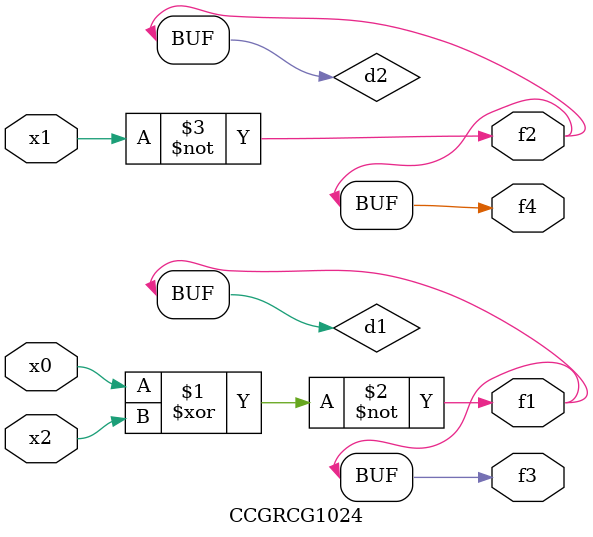
<source format=v>
module CCGRCG1024(
	input x0, x1, x2,
	output f1, f2, f3, f4
);

	wire d1, d2, d3;

	xnor (d1, x0, x2);
	nand (d2, x1);
	nor (d3, x1, x2);
	assign f1 = d1;
	assign f2 = d2;
	assign f3 = d1;
	assign f4 = d2;
endmodule

</source>
